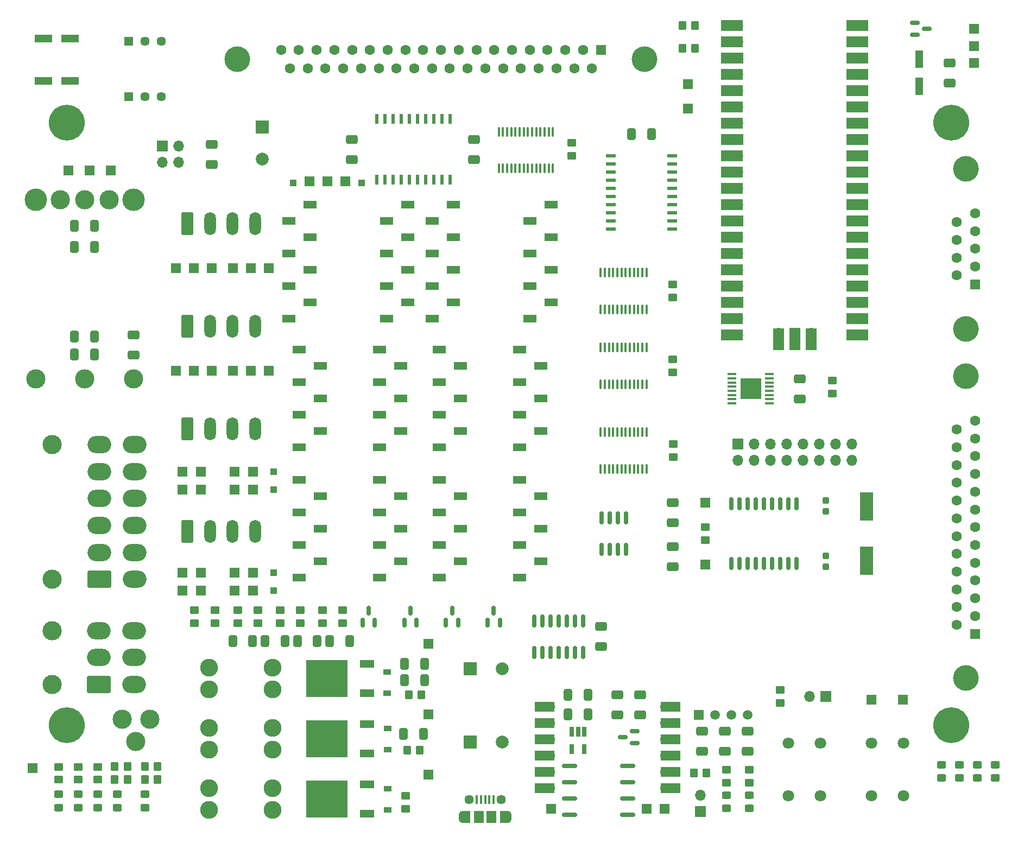
<source format=gts>
%TF.GenerationSoftware,KiCad,Pcbnew,(6.0.1)*%
%TF.CreationDate,2023-04-18T18:32:32-04:00*%
%TF.ProjectId,Payload_PCB_v3.1,5061796c-6f61-4645-9f50-43425f76332e,rev?*%
%TF.SameCoordinates,Original*%
%TF.FileFunction,Soldermask,Top*%
%TF.FilePolarity,Negative*%
%FSLAX46Y46*%
G04 Gerber Fmt 4.6, Leading zero omitted, Abs format (unit mm)*
G04 Created by KiCad (PCBNEW (6.0.1)) date 2023-04-18 18:32:32*
%MOMM*%
%LPD*%
G01*
G04 APERTURE LIST*
G04 Aperture macros list*
%AMRoundRect*
0 Rectangle with rounded corners*
0 $1 Rounding radius*
0 $2 $3 $4 $5 $6 $7 $8 $9 X,Y pos of 4 corners*
0 Add a 4 corners polygon primitive as box body*
4,1,4,$2,$3,$4,$5,$6,$7,$8,$9,$2,$3,0*
0 Add four circle primitives for the rounded corners*
1,1,$1+$1,$2,$3*
1,1,$1+$1,$4,$5*
1,1,$1+$1,$6,$7*
1,1,$1+$1,$8,$9*
0 Add four rect primitives between the rounded corners*
20,1,$1+$1,$2,$3,$4,$5,0*
20,1,$1+$1,$4,$5,$6,$7,0*
20,1,$1+$1,$6,$7,$8,$9,0*
20,1,$1+$1,$8,$9,$2,$3,0*%
G04 Aperture macros list end*
%ADD10R,2.000000X2.000000*%
%ADD11C,2.000000*%
%ADD12R,1.500000X1.500000*%
%ADD13RoundRect,0.250000X-0.650000X0.412500X-0.650000X-0.412500X0.650000X-0.412500X0.650000X0.412500X0*%
%ADD14RoundRect,0.100000X0.100000X-0.637500X0.100000X0.637500X-0.100000X0.637500X-0.100000X-0.637500X0*%
%ADD15RoundRect,0.250000X-0.450000X0.350000X-0.450000X-0.350000X0.450000X-0.350000X0.450000X0.350000X0*%
%ADD16R,1.700000X1.700000*%
%ADD17O,1.700000X1.700000*%
%ADD18R,0.400000X1.350000*%
%ADD19R,1.500000X1.900000*%
%ADD20O,1.200000X1.900000*%
%ADD21C,1.450000*%
%ADD22R,1.200000X1.900000*%
%ADD23RoundRect,0.250000X0.650000X-0.412500X0.650000X0.412500X-0.650000X0.412500X-0.650000X-0.412500X0*%
%ADD24C,1.803400*%
%ADD25RoundRect,0.250000X0.450000X-0.325000X0.450000X0.325000X-0.450000X0.325000X-0.450000X-0.325000X0*%
%ADD26C,2.780000*%
%ADD27RoundRect,0.250000X0.412500X0.650000X-0.412500X0.650000X-0.412500X-0.650000X0.412500X-0.650000X0*%
%ADD28RoundRect,0.250000X-0.350000X-0.450000X0.350000X-0.450000X0.350000X0.450000X-0.350000X0.450000X0*%
%ADD29RoundRect,0.250000X0.450000X-0.350000X0.450000X0.350000X-0.450000X0.350000X-0.450000X-0.350000X0*%
%ADD30RoundRect,0.250000X-0.412500X-0.650000X0.412500X-0.650000X0.412500X0.650000X-0.412500X0.650000X0*%
%ADD31R,1.000000X1.000000*%
%ADD32C,3.000000*%
%ADD33RoundRect,0.250001X1.599999X-1.099999X1.599999X1.099999X-1.599999X1.099999X-1.599999X-1.099999X0*%
%ADD34O,3.700000X2.700000*%
%ADD35R,2.717800X1.219200*%
%ADD36RoundRect,0.162500X-1.012500X-0.162500X1.012500X-0.162500X1.012500X0.162500X-1.012500X0.162500X0*%
%ADD37RoundRect,0.250000X-0.650000X-1.550000X0.650000X-1.550000X0.650000X1.550000X-0.650000X1.550000X0*%
%ADD38O,1.800000X3.600000*%
%ADD39RoundRect,0.250000X0.350000X0.450000X-0.350000X0.450000X-0.350000X-0.450000X0.350000X-0.450000X0*%
%ADD40RoundRect,0.100000X-0.100000X0.637500X-0.100000X-0.637500X0.100000X-0.637500X0.100000X0.637500X0*%
%ADD41RoundRect,0.150000X0.150000X-0.825000X0.150000X0.825000X-0.150000X0.825000X-0.150000X-0.825000X0*%
%ADD42C,4.000000*%
%ADD43R,1.600000X1.600000*%
%ADD44C,1.600000*%
%ADD45R,2.200000X1.200000*%
%ADD46R,6.400000X5.800000*%
%ADD47R,1.448000X1.448000*%
%ADD48C,1.448000*%
%ADD49RoundRect,0.250000X-0.450000X0.325000X-0.450000X-0.325000X0.450000X-0.325000X0.450000X0.325000X0*%
%ADD50RoundRect,0.150000X-0.587500X-0.150000X0.587500X-0.150000X0.587500X0.150000X-0.587500X0.150000X0*%
%ADD51RoundRect,0.150000X0.150000X-0.587500X0.150000X0.587500X-0.150000X0.587500X-0.150000X-0.587500X0*%
%ADD52C,5.600000*%
%ADD53R,1.500000X0.600000*%
%ADD54R,1.508000X1.508000*%
%ADD55C,1.508000*%
%ADD56R,2.100000X1.200000*%
%ADD57R,1.473200X0.355600*%
%ADD58R,3.200400X3.200400*%
%ADD59RoundRect,0.237500X0.237500X-0.300000X0.237500X0.300000X-0.237500X0.300000X-0.237500X-0.300000X0*%
%ADD60R,1.219200X2.717800*%
%ADD61RoundRect,0.237500X-0.237500X0.300000X-0.237500X-0.300000X0.237500X-0.300000X0.237500X0.300000X0*%
%ADD62R,1.200000X0.900000*%
%ADD63C,1.524000*%
%ADD64R,3.150000X1.524000*%
%ADD65RoundRect,0.150000X0.150000X-0.875000X0.150000X0.875000X-0.150000X0.875000X-0.150000X-0.875000X0*%
%ADD66R,3.500000X1.700000*%
%ADD67R,1.700000X3.500000*%
%ADD68R,0.650000X1.560000*%
%ADD69C,3.500000*%
%ADD70R,2.000000X4.500000*%
%ADD71R,0.600000X1.500000*%
%ADD72RoundRect,0.150000X0.587500X0.150000X-0.587500X0.150000X-0.587500X-0.150000X0.587500X-0.150000X0*%
G04 APERTURE END LIST*
D10*
%TO.C,C6*%
X131236323Y-148336000D03*
D11*
X136236323Y-148336000D03*
%TD*%
D12*
%TO.C,TP22*%
X124714000Y-153416000D03*
%TD*%
D13*
%TO.C,C19*%
X151638000Y-130328500D03*
X151638000Y-133453500D03*
%TD*%
D12*
%TO.C,TP10*%
X88138000Y-90424000D03*
%TD*%
D14*
%TO.C,U16*%
X135729000Y-58869500D03*
X136379000Y-58869500D03*
X137029000Y-58869500D03*
X137679000Y-58869500D03*
X138329000Y-58869500D03*
X138979000Y-58869500D03*
X139629000Y-58869500D03*
X140279000Y-58869500D03*
X140929000Y-58869500D03*
X141579000Y-58869500D03*
X142229000Y-58869500D03*
X142879000Y-58869500D03*
X143529000Y-58869500D03*
X144179000Y-58869500D03*
X144179000Y-53144500D03*
X143529000Y-53144500D03*
X142879000Y-53144500D03*
X142229000Y-53144500D03*
X141579000Y-53144500D03*
X140929000Y-53144500D03*
X140279000Y-53144500D03*
X139629000Y-53144500D03*
X138979000Y-53144500D03*
X138329000Y-53144500D03*
X137679000Y-53144500D03*
X137029000Y-53144500D03*
X136379000Y-53144500D03*
X135729000Y-53144500D03*
%TD*%
D15*
%TO.C,R13*%
X104775000Y-127778000D03*
X104775000Y-129778000D03*
%TD*%
D16*
%TO.C,J9*%
X172989000Y-101834000D03*
D17*
X172989000Y-104374000D03*
X175529000Y-101834000D03*
X175529000Y-104374000D03*
X178069000Y-101834000D03*
X178069000Y-104374000D03*
X180609000Y-101834000D03*
X180609000Y-104374000D03*
X183149000Y-101834000D03*
X183149000Y-104374000D03*
X185689000Y-101834000D03*
X185689000Y-104374000D03*
X188229000Y-101834000D03*
X188229000Y-104374000D03*
X190769000Y-101834000D03*
X190769000Y-104374000D03*
%TD*%
D18*
%TO.C,J18*%
X132304000Y-157287500D03*
X132954000Y-157287500D03*
X133604000Y-157287500D03*
X134254000Y-157287500D03*
X134904000Y-157287500D03*
D19*
X134604000Y-159987500D03*
D20*
X130104000Y-159987500D03*
D21*
X131104000Y-157287500D03*
D22*
X130704000Y-159987500D03*
D21*
X136104000Y-157287500D03*
D22*
X136504000Y-159987500D03*
D19*
X132604000Y-159987500D03*
D20*
X137104000Y-159987500D03*
%TD*%
D15*
%TO.C,R25*%
X187706000Y-91964000D03*
X187706000Y-93964000D03*
%TD*%
D12*
%TO.C,TP13*%
X99822000Y-90424000D03*
%TD*%
%TO.C,TP33*%
X86360000Y-108966000D03*
%TD*%
%TO.C,TP12*%
X97028000Y-90424000D03*
%TD*%
D13*
%TO.C,C26*%
X182626000Y-91655500D03*
X182626000Y-94780500D03*
%TD*%
%TO.C,C29*%
X162814000Y-110959500D03*
X162814000Y-114084500D03*
%TD*%
D23*
%TO.C,C13*%
X78740000Y-87922500D03*
X78740000Y-84797500D03*
%TD*%
D24*
%TO.C,J14*%
X180903124Y-148501901D03*
X180903124Y-156701900D03*
X185903124Y-148501901D03*
X185903124Y-156701900D03*
%TD*%
D25*
%TO.C,D6*%
X80518000Y-158539000D03*
X80518000Y-156489000D03*
%TD*%
D26*
%TO.C,F1*%
X90544000Y-136730000D03*
X90544000Y-140130000D03*
X100464000Y-136730000D03*
X100464000Y-140130000D03*
%TD*%
D27*
%TO.C,C12*%
X72682500Y-67818000D03*
X69557500Y-67818000D03*
%TD*%
D12*
%TO.C,TP49*%
X209804000Y-37084000D03*
%TD*%
D28*
%TO.C,R3*%
X121428000Y-149606000D03*
X123428000Y-149606000D03*
%TD*%
D12*
%TO.C,TP46*%
X94488000Y-121920000D03*
%TD*%
D29*
%TO.C,R18*%
X70104000Y-154178000D03*
X70104000Y-152178000D03*
%TD*%
D30*
%TO.C,C17*%
X104304700Y-132588000D03*
X107429700Y-132588000D03*
%TD*%
D12*
%TO.C,TP15*%
X97409000Y-106172000D03*
%TD*%
D31*
%TO.C,TP26*%
X100584000Y-124714000D03*
%TD*%
D27*
%TO.C,C7*%
X72682500Y-87884000D03*
X69557500Y-87884000D03*
%TD*%
D15*
%TO.C,R11*%
X91440000Y-127762000D03*
X91440000Y-129762000D03*
%TD*%
D12*
%TO.C,TP23*%
X106172000Y-60833000D03*
%TD*%
D32*
%TO.C,J2*%
X66106000Y-122936000D03*
X66106000Y-101936000D03*
D33*
X73406000Y-122936000D03*
D34*
X73406000Y-118736000D03*
X73406000Y-114536000D03*
X73406000Y-110336000D03*
X73406000Y-106136000D03*
X73406000Y-101936000D03*
X78906000Y-122936000D03*
X78906000Y-118736000D03*
X78906000Y-114536000D03*
X78906000Y-110336000D03*
X78906000Y-106136000D03*
X78906000Y-101936000D03*
%TD*%
D35*
%TO.C,C5*%
X68897500Y-38608000D03*
X64706500Y-38608000D03*
%TD*%
D28*
%TO.C,R15*%
X75835000Y-154194000D03*
X77835000Y-154194000D03*
%TD*%
D36*
%TO.C,U19*%
X146779000Y-152019000D03*
X146779000Y-154559000D03*
X146779000Y-157099000D03*
X146779000Y-159639000D03*
X155829000Y-159639000D03*
X155829000Y-157099000D03*
X155829000Y-154559000D03*
X155829000Y-152019000D03*
%TD*%
D37*
%TO.C,J8*%
X87200000Y-115450000D03*
D38*
X90700000Y-115450000D03*
X94200000Y-115450000D03*
X97700000Y-115450000D03*
%TD*%
D39*
%TO.C,R23*%
X166354000Y-40132000D03*
X164354000Y-40132000D03*
%TD*%
D30*
%TO.C,C18*%
X109333900Y-132588000D03*
X112458900Y-132588000D03*
%TD*%
D29*
%TO.C,R8*%
X94996000Y-129778000D03*
X94996000Y-127778000D03*
%TD*%
D27*
%TO.C,C8*%
X72682500Y-85090000D03*
X69557500Y-85090000D03*
%TD*%
D40*
%TO.C,U7*%
X158769000Y-75115500D03*
X158119000Y-75115500D03*
X157469000Y-75115500D03*
X156819000Y-75115500D03*
X156169000Y-75115500D03*
X155519000Y-75115500D03*
X154869000Y-75115500D03*
X154219000Y-75115500D03*
X153569000Y-75115500D03*
X152919000Y-75115500D03*
X152269000Y-75115500D03*
X151619000Y-75115500D03*
X151619000Y-80840500D03*
X152269000Y-80840500D03*
X152919000Y-80840500D03*
X153569000Y-80840500D03*
X154219000Y-80840500D03*
X154869000Y-80840500D03*
X155519000Y-80840500D03*
X156169000Y-80840500D03*
X156819000Y-80840500D03*
X157469000Y-80840500D03*
X158119000Y-80840500D03*
X158769000Y-80840500D03*
%TD*%
D12*
%TO.C,TP52*%
X161544000Y-158750000D03*
%TD*%
D13*
%TO.C,C33*%
X170942000Y-146646500D03*
X170942000Y-149771500D03*
%TD*%
D12*
%TO.C,TP39*%
X85344000Y-74422000D03*
%TD*%
%TO.C,TP38*%
X165227000Y-49530000D03*
%TD*%
D25*
%TO.C,D8*%
X67056000Y-158539000D03*
X67056000Y-156489000D03*
%TD*%
D12*
%TO.C,TP36*%
X94488000Y-124714000D03*
%TD*%
D41*
%TO.C,U22*%
X151765000Y-118299000D03*
X153035000Y-118299000D03*
X154305000Y-118299000D03*
X155575000Y-118299000D03*
X155575000Y-113349000D03*
X154305000Y-113349000D03*
X153035000Y-113349000D03*
X151765000Y-113349000D03*
%TD*%
D42*
%TO.C,J11*%
X208558331Y-91263000D03*
X208558331Y-138363000D03*
D43*
X209978331Y-131433000D03*
D44*
X209978331Y-128663000D03*
X209978331Y-125893000D03*
X209978331Y-123123000D03*
X209978331Y-120353000D03*
X209978331Y-117583000D03*
X209978331Y-114813000D03*
X209978331Y-112043000D03*
X209978331Y-109273000D03*
X209978331Y-106503000D03*
X209978331Y-103733000D03*
X209978331Y-100963000D03*
X209978331Y-98193000D03*
X207138331Y-130048000D03*
X207138331Y-127278000D03*
X207138331Y-124508000D03*
X207138331Y-121738000D03*
X207138331Y-118968000D03*
X207138331Y-116198000D03*
X207138331Y-113428000D03*
X207138331Y-110658000D03*
X207138331Y-107888000D03*
X207138331Y-105118000D03*
X207138331Y-102348000D03*
X207138331Y-99578000D03*
%TD*%
D45*
%TO.C,Q3*%
X115198000Y-159506000D03*
D46*
X108898000Y-157226000D03*
D45*
X115198000Y-154946000D03*
%TD*%
D30*
%TO.C,C15*%
X94234000Y-132588000D03*
X97359000Y-132588000D03*
%TD*%
D12*
%TO.C,TP27*%
X97409000Y-108966000D03*
%TD*%
D47*
%TO.C,U12*%
X77978000Y-47612000D03*
D48*
X80518000Y-47612000D03*
X83058000Y-47612000D03*
%TD*%
D49*
%TO.C,D16*%
X210312000Y-151883000D03*
X210312000Y-153933000D03*
%TD*%
D12*
%TO.C,TP9*%
X99822000Y-74422000D03*
%TD*%
D15*
%TO.C,R1*%
X162814000Y-76978000D03*
X162814000Y-78978000D03*
%TD*%
D50*
%TO.C,Q4*%
X200611500Y-36134000D03*
X200611500Y-38034000D03*
X202486500Y-37084000D03*
%TD*%
D15*
%TO.C,R14*%
X111379000Y-127762000D03*
X111379000Y-129762000D03*
%TD*%
D30*
%TO.C,C27*%
X146519500Y-144018000D03*
X149644500Y-144018000D03*
%TD*%
D41*
%TO.C,U13*%
X141224000Y-134366000D03*
X142494000Y-134366000D03*
X143764000Y-134366000D03*
X145034000Y-134366000D03*
X146304000Y-134366000D03*
X147574000Y-134366000D03*
X148844000Y-134366000D03*
X148844000Y-129416000D03*
X147574000Y-129416000D03*
X146304000Y-129416000D03*
X145034000Y-129416000D03*
X143764000Y-129416000D03*
X142494000Y-129416000D03*
X141224000Y-129416000D03*
%TD*%
D23*
%TO.C,C22*%
X205994000Y-45504500D03*
X205994000Y-42379500D03*
%TD*%
D31*
%TO.C,TP3*%
X100584000Y-106172000D03*
%TD*%
D12*
%TO.C,TP54*%
X143891000Y-158750000D03*
%TD*%
D26*
%TO.C,F2*%
X90544000Y-146128000D03*
X90544000Y-149528000D03*
X100464000Y-146128000D03*
X100464000Y-149528000D03*
%TD*%
D29*
%TO.C,R5*%
X88265000Y-129762000D03*
X88265000Y-127762000D03*
%TD*%
D51*
%TO.C,D11*%
X127493000Y-129715500D03*
X129393000Y-129715500D03*
X128443000Y-127840500D03*
%TD*%
D47*
%TO.C,U9*%
X77978000Y-38976000D03*
D48*
X80518000Y-38976000D03*
X83058000Y-38976000D03*
%TD*%
D52*
%TO.C,H1*%
X68326000Y-51689000D03*
%TD*%
D53*
%TO.C,U15*%
X153238000Y-56896000D03*
X153238000Y-58166000D03*
X153238000Y-59436000D03*
X153238000Y-60706000D03*
X153238000Y-61976000D03*
X153238000Y-63246000D03*
X153238000Y-64516000D03*
X153238000Y-65786000D03*
X153238000Y-67056000D03*
X153238000Y-68326000D03*
X162738000Y-68326000D03*
X162738000Y-67056000D03*
X162738000Y-65786000D03*
X162738000Y-64516000D03*
X162738000Y-63246000D03*
X162738000Y-61976000D03*
X162738000Y-60706000D03*
X162738000Y-59436000D03*
X162738000Y-58166000D03*
X162738000Y-56896000D03*
%TD*%
D10*
%TO.C,C25*%
X98806000Y-52369323D03*
D11*
X98806000Y-57369323D03*
%TD*%
D39*
%TO.C,R22*%
X166354000Y-36576000D03*
X164354000Y-36576000D03*
%TD*%
D35*
%TO.C,C10*%
X68897500Y-45212000D03*
X64706500Y-45212000D03*
%TD*%
D54*
%TO.C,U21*%
X166878000Y-144086000D03*
D55*
X169418000Y-144086000D03*
X171958000Y-144086000D03*
X174498000Y-144086000D03*
%TD*%
D15*
%TO.C,R27*%
X171196000Y-152670000D03*
X171196000Y-154670000D03*
%TD*%
D29*
%TO.C,R17*%
X73152000Y-154178000D03*
X73152000Y-152178000D03*
%TD*%
D45*
%TO.C,Q1*%
X115198000Y-140710000D03*
D46*
X108898000Y-138430000D03*
D45*
X115198000Y-136150000D03*
%TD*%
D12*
%TO.C,TP56*%
X198755000Y-141732000D03*
%TD*%
%TO.C,TP48*%
X209804000Y-39751000D03*
%TD*%
D39*
%TO.C,R21*%
X82534000Y-152146000D03*
X80534000Y-152146000D03*
%TD*%
D12*
%TO.C,TP32*%
X111760000Y-60833000D03*
%TD*%
D15*
%TO.C,R26*%
X174752000Y-152670000D03*
X174752000Y-154670000D03*
%TD*%
D49*
%TO.C,D15*%
X213106000Y-151883000D03*
X213106000Y-153933000D03*
%TD*%
D56*
%TO.C,U6*%
X126446000Y-107433000D03*
X129746000Y-109973000D03*
X126446000Y-112513000D03*
X129746000Y-115053000D03*
X126446000Y-117593000D03*
X129746000Y-120133000D03*
X126446000Y-122673000D03*
X138966000Y-122629000D03*
X142266000Y-120089000D03*
X138966000Y-117549000D03*
X142266000Y-115009000D03*
X138966000Y-112469000D03*
X142266000Y-109929000D03*
X138966000Y-107389000D03*
%TD*%
D57*
%TO.C,U17*%
X172085000Y-90943001D03*
X172085000Y-91592999D03*
X172085000Y-92243001D03*
X172085000Y-92892999D03*
X172085000Y-93542998D03*
X172085000Y-94192999D03*
X172085000Y-94842998D03*
X172085000Y-95492999D03*
X177927000Y-95492999D03*
X177927000Y-94843001D03*
X177927000Y-94192999D03*
X177927000Y-93543001D03*
X177927000Y-92893002D03*
X177927000Y-92243001D03*
X177927000Y-91593002D03*
X177927000Y-90943001D03*
D58*
X175006000Y-93218000D03*
%TD*%
D59*
%TO.C,C30*%
X186690000Y-112368500D03*
X186690000Y-110643500D03*
%TD*%
D16*
%TO.C,J16*%
X167132000Y-159136000D03*
D17*
X167132000Y-156596000D03*
%TD*%
D52*
%TO.C,H2*%
X206248000Y-51689000D03*
%TD*%
D12*
%TO.C,TP34*%
X94488000Y-108966000D03*
%TD*%
D13*
%TO.C,C32*%
X157734000Y-140931500D03*
X157734000Y-144056500D03*
%TD*%
D28*
%TO.C,R16*%
X80534000Y-154178000D03*
X82534000Y-154178000D03*
%TD*%
D12*
%TO.C,TP50*%
X167894000Y-110998000D03*
%TD*%
%TO.C,TP35*%
X86360000Y-124714000D03*
%TD*%
D60*
%TO.C,C20*%
X201295000Y-41846500D03*
X201295000Y-46037500D03*
%TD*%
D12*
%TO.C,TP51*%
X167894000Y-120650000D03*
%TD*%
D31*
%TO.C,TP4*%
X100584000Y-121920000D03*
%TD*%
D61*
%TO.C,C31*%
X186690000Y-119279500D03*
X186690000Y-121004500D03*
%TD*%
D62*
%TO.C,D3*%
X118364000Y-155576000D03*
X118364000Y-158876000D03*
%TD*%
D15*
%TO.C,R12*%
X98171000Y-127778000D03*
X98171000Y-129778000D03*
%TD*%
D27*
%TO.C,C23*%
X159550500Y-53467000D03*
X156425500Y-53467000D03*
%TD*%
D25*
%TO.C,D18*%
X171196000Y-158648000D03*
X171196000Y-156598000D03*
%TD*%
D45*
%TO.C,Q2*%
X115198000Y-150108000D03*
D46*
X108898000Y-147828000D03*
D45*
X115198000Y-145548000D03*
%TD*%
D56*
%TO.C,U1*%
X106330000Y-64518000D03*
X103030000Y-67058000D03*
X106330000Y-69598000D03*
X103030000Y-72138000D03*
X106330000Y-74678000D03*
X103030000Y-77218000D03*
X106330000Y-79758000D03*
X103030000Y-82298000D03*
X118198000Y-82296000D03*
X121498000Y-79756000D03*
X118198000Y-77216000D03*
X121498000Y-74676000D03*
X118198000Y-72136000D03*
X121498000Y-69596000D03*
X118198000Y-67056000D03*
X121498000Y-64516000D03*
%TD*%
D12*
%TO.C,TP55*%
X193802000Y-141732000D03*
%TD*%
D40*
%TO.C,U8*%
X158769000Y-86799500D03*
X158119000Y-86799500D03*
X157469000Y-86799500D03*
X156819000Y-86799500D03*
X156169000Y-86799500D03*
X155519000Y-86799500D03*
X154869000Y-86799500D03*
X154219000Y-86799500D03*
X153569000Y-86799500D03*
X152919000Y-86799500D03*
X152269000Y-86799500D03*
X151619000Y-86799500D03*
X151619000Y-92524500D03*
X152269000Y-92524500D03*
X152919000Y-92524500D03*
X153569000Y-92524500D03*
X154219000Y-92524500D03*
X154869000Y-92524500D03*
X155519000Y-92524500D03*
X156169000Y-92524500D03*
X156819000Y-92524500D03*
X157469000Y-92524500D03*
X158119000Y-92524500D03*
X158769000Y-92524500D03*
%TD*%
D37*
%TO.C,J5*%
X87200000Y-67450000D03*
D38*
X90700000Y-67450000D03*
X94200000Y-67450000D03*
X97700000Y-67450000D03*
%TD*%
D27*
%TO.C,C11*%
X72682500Y-71120000D03*
X69557500Y-71120000D03*
%TD*%
D15*
%TO.C,R7*%
X162814000Y-88646000D03*
X162814000Y-90646000D03*
%TD*%
D25*
%TO.C,D7*%
X70104000Y-158530000D03*
X70104000Y-156480000D03*
%TD*%
D31*
%TO.C,TP2*%
X103632000Y-61087000D03*
%TD*%
D37*
%TO.C,J7*%
X87200000Y-99450000D03*
D38*
X90700000Y-99450000D03*
X94200000Y-99450000D03*
X97700000Y-99450000D03*
%TD*%
D56*
%TO.C,U5*%
X104602000Y-107433000D03*
X107902000Y-109973000D03*
X104602000Y-112513000D03*
X107902000Y-115053000D03*
X104602000Y-117593000D03*
X107902000Y-120133000D03*
X104602000Y-122673000D03*
X117122000Y-122629000D03*
X120422000Y-120089000D03*
X117122000Y-117549000D03*
X120422000Y-115009000D03*
X117122000Y-112469000D03*
X120422000Y-109929000D03*
X117122000Y-107389000D03*
%TD*%
D12*
%TO.C,TP5*%
X75184000Y-59182000D03*
%TD*%
D29*
%TO.C,R6*%
X101600000Y-129778000D03*
X101600000Y-127778000D03*
%TD*%
D12*
%TO.C,TP21*%
X124714000Y-144018000D03*
%TD*%
D51*
%TO.C,D12*%
X133993000Y-129715500D03*
X135893000Y-129715500D03*
X134943000Y-127840500D03*
%TD*%
D63*
%TO.C,J13*%
X161705748Y-155521500D03*
D64*
X162505747Y-155521500D03*
X162505747Y-152981500D03*
D63*
X161705748Y-152981500D03*
D64*
X162505747Y-150441500D03*
D63*
X161705748Y-150441500D03*
D64*
X162505747Y-147901500D03*
D63*
X161705748Y-147901500D03*
X161705748Y-145361500D03*
D64*
X162505747Y-145361500D03*
X162505747Y-142821500D03*
D63*
X161705748Y-142821500D03*
D64*
X142905751Y-142821500D03*
D63*
X143705749Y-142821500D03*
D64*
X142905751Y-145361500D03*
D63*
X143705749Y-145361500D03*
D64*
X142905751Y-147901500D03*
D63*
X143705749Y-147901500D03*
X143705749Y-150441500D03*
D64*
X142905751Y-150441500D03*
D63*
X143705749Y-152981500D03*
D64*
X142905751Y-152981500D03*
D63*
X143705749Y-155521500D03*
D64*
X142905751Y-155521500D03*
%TD*%
D65*
%TO.C,U23*%
X171958000Y-120474000D03*
X173228000Y-120474000D03*
X174498000Y-120474000D03*
X175768000Y-120474000D03*
X177038000Y-120474000D03*
X178308000Y-120474000D03*
X179578000Y-120474000D03*
X180848000Y-120474000D03*
X182118000Y-120474000D03*
X182118000Y-111174000D03*
X180848000Y-111174000D03*
X179578000Y-111174000D03*
X178308000Y-111174000D03*
X177038000Y-111174000D03*
X175768000Y-111174000D03*
X174498000Y-111174000D03*
X173228000Y-111174000D03*
X171958000Y-111174000D03*
%TD*%
D31*
%TO.C,TP25*%
X100584000Y-108966000D03*
%TD*%
D12*
%TO.C,TP28*%
X97409000Y-124714000D03*
%TD*%
D32*
%TO.C,J3*%
X76962000Y-144780000D03*
X79121000Y-148209000D03*
X81280000Y-144780000D03*
%TD*%
D26*
%TO.C,F3*%
X90544000Y-158926000D03*
X90544000Y-155526000D03*
X100464000Y-158926000D03*
X100464000Y-155526000D03*
%TD*%
D12*
%TO.C,TP14*%
X89281000Y-106172000D03*
%TD*%
D23*
%TO.C,C21*%
X131826000Y-57442500D03*
X131826000Y-54317500D03*
%TD*%
D15*
%TO.C,R10*%
X162941000Y-101870000D03*
X162941000Y-103870000D03*
%TD*%
D40*
%TO.C,U10*%
X158769000Y-100007500D03*
X158119000Y-100007500D03*
X157469000Y-100007500D03*
X156819000Y-100007500D03*
X156169000Y-100007500D03*
X155519000Y-100007500D03*
X154869000Y-100007500D03*
X154219000Y-100007500D03*
X153569000Y-100007500D03*
X152919000Y-100007500D03*
X152269000Y-100007500D03*
X151619000Y-100007500D03*
X151619000Y-105732500D03*
X152269000Y-105732500D03*
X152919000Y-105732500D03*
X153569000Y-105732500D03*
X154219000Y-105732500D03*
X154869000Y-105732500D03*
X155519000Y-105732500D03*
X156169000Y-105732500D03*
X156819000Y-105732500D03*
X157469000Y-105732500D03*
X158119000Y-105732500D03*
X158769000Y-105732500D03*
%TD*%
D66*
%TO.C,U14*%
X172074000Y-36576000D03*
D17*
X172974000Y-36576000D03*
X172974000Y-39116000D03*
D66*
X172074000Y-39116000D03*
D16*
X172974000Y-41656000D03*
D66*
X172074000Y-41656000D03*
X172074000Y-44196000D03*
D17*
X172974000Y-44196000D03*
D66*
X172074000Y-46736000D03*
D17*
X172974000Y-46736000D03*
X172974000Y-49276000D03*
D66*
X172074000Y-49276000D03*
X172074000Y-51816000D03*
D17*
X172974000Y-51816000D03*
D66*
X172074000Y-54356000D03*
D16*
X172974000Y-54356000D03*
D17*
X172974000Y-56896000D03*
D66*
X172074000Y-56896000D03*
X172074000Y-59436000D03*
D17*
X172974000Y-59436000D03*
D66*
X172074000Y-61976000D03*
D17*
X172974000Y-61976000D03*
X172974000Y-64516000D03*
D66*
X172074000Y-64516000D03*
D16*
X172974000Y-67056000D03*
D66*
X172074000Y-67056000D03*
D17*
X172974000Y-69596000D03*
D66*
X172074000Y-69596000D03*
X172074000Y-72136000D03*
D17*
X172974000Y-72136000D03*
D66*
X172074000Y-74676000D03*
D17*
X172974000Y-74676000D03*
X172974000Y-77216000D03*
D66*
X172074000Y-77216000D03*
D16*
X172974000Y-79756000D03*
D66*
X172074000Y-79756000D03*
D17*
X172974000Y-82296000D03*
D66*
X172074000Y-82296000D03*
X172074000Y-84836000D03*
D17*
X172974000Y-84836000D03*
D66*
X191654000Y-84836000D03*
D17*
X190754000Y-84836000D03*
X190754000Y-82296000D03*
D66*
X191654000Y-82296000D03*
X191654000Y-79756000D03*
D16*
X190754000Y-79756000D03*
D17*
X190754000Y-77216000D03*
D66*
X191654000Y-77216000D03*
X191654000Y-74676000D03*
D17*
X190754000Y-74676000D03*
X190754000Y-72136000D03*
D66*
X191654000Y-72136000D03*
D17*
X190754000Y-69596000D03*
D66*
X191654000Y-69596000D03*
D16*
X190754000Y-67056000D03*
D66*
X191654000Y-67056000D03*
X191654000Y-64516000D03*
D17*
X190754000Y-64516000D03*
X190754000Y-61976000D03*
D66*
X191654000Y-61976000D03*
X191654000Y-59436000D03*
D17*
X190754000Y-59436000D03*
D66*
X191654000Y-56896000D03*
D17*
X190754000Y-56896000D03*
D16*
X190754000Y-54356000D03*
D66*
X191654000Y-54356000D03*
D17*
X190754000Y-51816000D03*
D66*
X191654000Y-51816000D03*
X191654000Y-49276000D03*
D17*
X190754000Y-49276000D03*
X190754000Y-46736000D03*
D66*
X191654000Y-46736000D03*
X191654000Y-44196000D03*
D17*
X190754000Y-44196000D03*
D66*
X191654000Y-41656000D03*
D16*
X190754000Y-41656000D03*
D66*
X191654000Y-39116000D03*
D17*
X190754000Y-39116000D03*
D66*
X191654000Y-36576000D03*
D17*
X190754000Y-36576000D03*
D67*
X179324000Y-85506000D03*
D17*
X179324000Y-84606000D03*
D67*
X181864000Y-85506000D03*
D16*
X181864000Y-84606000D03*
D67*
X184404000Y-85506000D03*
D17*
X184404000Y-84606000D03*
%TD*%
D29*
%TO.C,R19*%
X67056000Y-154178000D03*
X67056000Y-152178000D03*
%TD*%
D23*
%TO.C,C2*%
X90932000Y-58204500D03*
X90932000Y-55079500D03*
%TD*%
D52*
%TO.C,H4*%
X206248000Y-145669000D03*
%TD*%
%TO.C,H3*%
X68326000Y-145669000D03*
%TD*%
D29*
%TO.C,R24*%
X147066000Y-56880000D03*
X147066000Y-54880000D03*
%TD*%
D68*
%TO.C,U20*%
X149032000Y-146732000D03*
X148082000Y-146732000D03*
X147132000Y-146732000D03*
X147132000Y-149432000D03*
X149032000Y-149432000D03*
%TD*%
D32*
%TO.C,U11*%
X63500000Y-91694000D03*
X71120000Y-91694000D03*
X78740000Y-91694000D03*
D69*
X78740000Y-63754000D03*
D32*
X74930000Y-63728600D03*
X71120000Y-63754000D03*
X67310000Y-63754000D03*
D69*
X63500000Y-63754000D03*
%TD*%
D29*
%TO.C,R9*%
X108204000Y-129762000D03*
X108204000Y-127762000D03*
%TD*%
D51*
%TO.C,D9*%
X114493000Y-129715500D03*
X116393000Y-129715500D03*
X115443000Y-127840500D03*
%TD*%
D12*
%TO.C,TP29*%
X71882000Y-59182000D03*
%TD*%
D56*
%TO.C,U4*%
X126446000Y-87113000D03*
X129746000Y-89653000D03*
X126446000Y-92193000D03*
X129746000Y-94733000D03*
X126446000Y-97273000D03*
X129746000Y-99813000D03*
X126446000Y-102353000D03*
X138966000Y-102309000D03*
X142266000Y-99769000D03*
X138966000Y-97229000D03*
X142266000Y-94689000D03*
X138966000Y-92149000D03*
X142266000Y-89609000D03*
X138966000Y-87069000D03*
%TD*%
D32*
%TO.C,J1*%
X66079000Y-139328000D03*
X66079000Y-130928000D03*
D33*
X73379000Y-139328000D03*
D34*
X73379000Y-135128000D03*
X73379000Y-130928000D03*
X78879000Y-139328000D03*
X78879000Y-135128000D03*
X78879000Y-130928000D03*
%TD*%
D12*
%TO.C,TP6*%
X88138000Y-74422000D03*
%TD*%
D10*
%TO.C,C9*%
X131236323Y-136906000D03*
D11*
X136236323Y-136906000D03*
%TD*%
D62*
%TO.C,D1*%
X118325500Y-137415000D03*
X118325500Y-140715000D03*
%TD*%
D56*
%TO.C,U3*%
X104602000Y-87113000D03*
X107902000Y-89653000D03*
X104602000Y-92193000D03*
X107902000Y-94733000D03*
X104602000Y-97273000D03*
X107902000Y-99813000D03*
X104602000Y-102353000D03*
X117122000Y-102309000D03*
X120422000Y-99769000D03*
X117122000Y-97229000D03*
X120422000Y-94689000D03*
X117122000Y-92149000D03*
X120422000Y-89609000D03*
X117122000Y-87069000D03*
%TD*%
D28*
%TO.C,R2*%
X121682000Y-140970000D03*
X123682000Y-140970000D03*
%TD*%
D42*
%TO.C,J12*%
X158458000Y-41806000D03*
X94958000Y-41806000D03*
D43*
X151638000Y-40386000D03*
D44*
X148868000Y-40386000D03*
X146098000Y-40386000D03*
X143328000Y-40386000D03*
X140558000Y-40386000D03*
X137788000Y-40386000D03*
X135018000Y-40386000D03*
X132248000Y-40386000D03*
X129478000Y-40386000D03*
X126708000Y-40386000D03*
X123938000Y-40386000D03*
X121168000Y-40386000D03*
X118398000Y-40386000D03*
X115628000Y-40386000D03*
X112858000Y-40386000D03*
X110088000Y-40386000D03*
X107318000Y-40386000D03*
X104548000Y-40386000D03*
X101778000Y-40386000D03*
X150253000Y-43226000D03*
X147483000Y-43226000D03*
X144713000Y-43226000D03*
X141943000Y-43226000D03*
X139173000Y-43226000D03*
X136403000Y-43226000D03*
X133633000Y-43226000D03*
X130863000Y-43226000D03*
X128093000Y-43226000D03*
X125323000Y-43226000D03*
X122553000Y-43226000D03*
X119783000Y-43226000D03*
X117013000Y-43226000D03*
X114243000Y-43226000D03*
X111473000Y-43226000D03*
X108703000Y-43226000D03*
X105933000Y-43226000D03*
X103163000Y-43226000D03*
%TD*%
D12*
%TO.C,TP41*%
X85344000Y-90424000D03*
%TD*%
D29*
%TO.C,R4*%
X121158000Y-158734000D03*
X121158000Y-156734000D03*
%TD*%
D12*
%TO.C,TP1*%
X62992000Y-152400000D03*
%TD*%
%TO.C,TP18*%
X89281000Y-108966000D03*
%TD*%
D29*
%TO.C,R30*%
X167894000Y-116824000D03*
X167894000Y-114824000D03*
%TD*%
D12*
%TO.C,TP37*%
X165227000Y-45720000D03*
%TD*%
%TO.C,TP11*%
X90932000Y-90424000D03*
%TD*%
D51*
%TO.C,D10*%
X120993000Y-129715500D03*
X122893000Y-129715500D03*
X121943000Y-127840500D03*
%TD*%
D39*
%TO.C,R20*%
X77835000Y-152162000D03*
X75835000Y-152162000D03*
%TD*%
D27*
%TO.C,C1*%
X124117500Y-136144000D03*
X120992500Y-136144000D03*
%TD*%
D25*
%TO.C,D5*%
X73152000Y-158530000D03*
X73152000Y-156480000D03*
%TD*%
D13*
%TO.C,C24*%
X112776000Y-54317500D03*
X112776000Y-57442500D03*
%TD*%
D24*
%TO.C,J15*%
X193857124Y-148501901D03*
X193857124Y-156701900D03*
X198857124Y-148501901D03*
X198857124Y-156701900D03*
%TD*%
D31*
%TO.C,TP24*%
X114300000Y-61087000D03*
%TD*%
D12*
%TO.C,TP43*%
X86360000Y-106172000D03*
%TD*%
%TO.C,TP17*%
X97409000Y-121920000D03*
%TD*%
D37*
%TO.C,J6*%
X87200000Y-83450000D03*
D38*
X90700000Y-83450000D03*
X94200000Y-83450000D03*
X97700000Y-83450000D03*
%TD*%
D12*
%TO.C,TP42*%
X94234000Y-90424000D03*
%TD*%
D49*
%TO.C,D14*%
X207518000Y-151883000D03*
X207518000Y-153933000D03*
%TD*%
D62*
%TO.C,D2*%
X118364000Y-146178000D03*
X118364000Y-149478000D03*
%TD*%
D25*
%TO.C,D17*%
X174752000Y-158641000D03*
X174752000Y-156591000D03*
%TD*%
D13*
%TO.C,C14*%
X154178000Y-140931500D03*
X154178000Y-144056500D03*
%TD*%
%TO.C,C36*%
X174498000Y-146646500D03*
X174498000Y-149771500D03*
%TD*%
D12*
%TO.C,TP16*%
X89281000Y-121920000D03*
%TD*%
D30*
%TO.C,C16*%
X99275500Y-132588000D03*
X102400500Y-132588000D03*
%TD*%
D16*
%TO.C,J4*%
X83302000Y-55327000D03*
D17*
X85842000Y-55327000D03*
X83302000Y-57867000D03*
X85842000Y-57867000D03*
%TD*%
D12*
%TO.C,TP31*%
X68580000Y-59182000D03*
%TD*%
D39*
%TO.C,R28*%
X168132000Y-153162000D03*
X166132000Y-153162000D03*
%TD*%
D70*
%TO.C,Y1*%
X193040000Y-120074000D03*
X193040000Y-111574000D03*
%TD*%
D49*
%TO.C,D13*%
X204724000Y-151883000D03*
X204724000Y-153933000D03*
%TD*%
D12*
%TO.C,TP30*%
X108966000Y-60833000D03*
%TD*%
%TO.C,TP40*%
X94234000Y-74422000D03*
%TD*%
%TO.C,TP8*%
X97028000Y-74422000D03*
%TD*%
D71*
%TO.C,U18*%
X116713000Y-60630000D03*
X117983000Y-60630000D03*
X119253000Y-60630000D03*
X120523000Y-60630000D03*
X121793000Y-60630000D03*
X123063000Y-60630000D03*
X124333000Y-60630000D03*
X125603000Y-60630000D03*
X126873000Y-60630000D03*
X128143000Y-60630000D03*
X128143000Y-51130000D03*
X126873000Y-51130000D03*
X125603000Y-51130000D03*
X124333000Y-51130000D03*
X123063000Y-51130000D03*
X121793000Y-51130000D03*
X120523000Y-51130000D03*
X119253000Y-51130000D03*
X117983000Y-51130000D03*
X116713000Y-51130000D03*
%TD*%
D42*
%TO.C,J10*%
X208558331Y-83884000D03*
X208558331Y-58884000D03*
D43*
X209978331Y-76924000D03*
D44*
X209978331Y-74154000D03*
X209978331Y-71384000D03*
X209978331Y-68614000D03*
X209978331Y-65844000D03*
X207138331Y-75539000D03*
X207138331Y-72769000D03*
X207138331Y-69999000D03*
X207138331Y-67229000D03*
%TD*%
D12*
%TO.C,TP44*%
X94488000Y-106172000D03*
%TD*%
D15*
%TO.C,R29*%
X179578000Y-140224000D03*
X179578000Y-142224000D03*
%TD*%
D16*
%TO.C,J17*%
X186690000Y-141224000D03*
D17*
X184150000Y-141224000D03*
%TD*%
D12*
%TO.C,TP20*%
X124714000Y-132969000D03*
%TD*%
D25*
%TO.C,D4*%
X76200000Y-158530000D03*
X76200000Y-156480000D03*
%TD*%
D72*
%TO.C,D19*%
X156893500Y-148524000D03*
X156893500Y-146624000D03*
X155018500Y-147574000D03*
%TD*%
D12*
%TO.C,TP7*%
X90932000Y-74422000D03*
%TD*%
%TO.C,TP45*%
X86360000Y-121920000D03*
%TD*%
D27*
%TO.C,C3*%
X123990500Y-147066000D03*
X120865500Y-147066000D03*
%TD*%
D23*
%TO.C,C35*%
X162814000Y-120942500D03*
X162814000Y-117817500D03*
%TD*%
D12*
%TO.C,TP47*%
X209804000Y-42418000D03*
%TD*%
D27*
%TO.C,C4*%
X124117500Y-138684000D03*
X120992500Y-138684000D03*
%TD*%
D13*
%TO.C,C28*%
X167386000Y-146646500D03*
X167386000Y-149771500D03*
%TD*%
D30*
%TO.C,C34*%
X146519500Y-140970000D03*
X149644500Y-140970000D03*
%TD*%
D56*
%TO.C,U2*%
X128682000Y-64518000D03*
X125382000Y-67058000D03*
X128682000Y-69598000D03*
X125382000Y-72138000D03*
X128682000Y-74678000D03*
X125382000Y-77218000D03*
X128682000Y-79758000D03*
X125382000Y-82298000D03*
X140550000Y-82296000D03*
X143850000Y-79756000D03*
X140550000Y-77216000D03*
X143850000Y-74676000D03*
X140550000Y-72136000D03*
X143850000Y-69596000D03*
X140550000Y-67056000D03*
X143850000Y-64516000D03*
%TD*%
D12*
%TO.C,TP53*%
X158750000Y-158750000D03*
%TD*%
%TO.C,TP19*%
X89281000Y-124714000D03*
%TD*%
M02*

</source>
